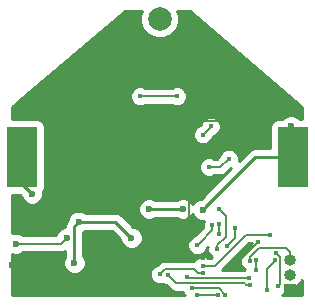
<source format=gbl>
G04 #@! TF.FileFunction,Copper,L2,Bot,Signal*
%FSLAX46Y46*%
G04 Gerber Fmt 4.6, Leading zero omitted, Abs format (unit mm)*
G04 Created by KiCad (PCBNEW 4.0.7-e2-6376~60~ubuntu17.10.1) date Mon Apr  2 23:18:42 2018*
%MOMM*%
%LPD*%
G01*
G04 APERTURE LIST*
%ADD10C,0.100000*%
%ADD11C,0.400000*%
%ADD12C,5.000000*%
%ADD13R,2.500000X5.100000*%
%ADD14R,1.000000X1.000000*%
%ADD15O,1.000000X1.000000*%
%ADD16C,1.998980*%
%ADD17C,0.600000*%
%ADD18C,0.254000*%
%ADD19C,0.152400*%
G04 APERTURE END LIST*
D10*
D11*
X153924000Y-141884400D03*
X153263600Y-141782800D03*
X152958800Y-141071600D03*
X152958800Y-148945600D03*
X153873200Y-149047200D03*
X155092400Y-148996400D03*
X156362400Y-148894800D03*
X157480000Y-148894800D03*
X160375600Y-148894800D03*
X158800800Y-148894800D03*
X161391600Y-146913600D03*
X160223200Y-146761200D03*
X167589200Y-136550400D03*
X167132000Y-137820400D03*
X166573200Y-137109200D03*
X166471600Y-135940800D03*
X166370000Y-134772400D03*
X166471600Y-133959600D03*
X167284400Y-135178800D03*
X168452800Y-137414000D03*
X168249600Y-139598400D03*
X172618400Y-135331200D03*
X171348400Y-135077200D03*
X174244000Y-132181600D03*
X172161200Y-130962400D03*
X170738800Y-131622800D03*
X167843200Y-131927600D03*
X167741600Y-130810000D03*
X169722800Y-130454400D03*
X171602400Y-129946400D03*
X170383200Y-128879600D03*
X169113200Y-128879600D03*
X167589200Y-129438400D03*
X167538400Y-128219200D03*
X168605200Y-127406400D03*
X167640000Y-126593600D03*
X174040800Y-130860800D03*
X175056800Y-131673600D03*
X174548800Y-131267200D03*
X175615600Y-132130800D03*
X171907200Y-128981200D03*
X172923200Y-129794000D03*
X172415200Y-129387600D03*
X173482000Y-130251200D03*
X169824400Y-127203200D03*
X170840400Y-128016000D03*
X170332400Y-127609600D03*
X171399200Y-128473200D03*
X169316400Y-126746000D03*
X168757600Y-126288800D03*
X168249600Y-125882400D03*
X166878000Y-127203200D03*
X166979600Y-126644400D03*
X167030400Y-126034800D03*
X167741600Y-125476000D03*
X167030400Y-125476000D03*
X162712400Y-126644400D03*
X162001200Y-126644400D03*
X162153600Y-127609600D03*
X161442400Y-127609600D03*
X160680400Y-128879600D03*
X159969200Y-128879600D03*
X162509200Y-128574800D03*
X161798000Y-128574800D03*
X162763200Y-129590800D03*
X162052000Y-129590800D03*
X161036000Y-129794000D03*
X160324800Y-129794000D03*
X159461200Y-129743200D03*
X158750000Y-129743200D03*
X159410400Y-130606800D03*
X158699200Y-130606800D03*
X160883600Y-130606800D03*
X160172400Y-130606800D03*
X161696400Y-130606800D03*
X162407600Y-130606800D03*
X161391600Y-132638800D03*
X162001200Y-132638800D03*
X162509200Y-132943600D03*
X162864800Y-133502400D03*
X163423600Y-134366000D03*
X164084000Y-134467600D03*
X164033200Y-135178800D03*
X163271200Y-135382000D03*
X163068000Y-136347200D03*
X163220400Y-137058400D03*
X163982400Y-137312400D03*
X163525200Y-138074400D03*
X162966400Y-138684000D03*
X163118800Y-139496800D03*
X163626800Y-139954000D03*
X164185600Y-140157200D03*
X163931600Y-140817600D03*
X162712400Y-141020800D03*
X162306000Y-142544800D03*
X162306000Y-141681200D03*
X162356800Y-140309600D03*
X160375600Y-140004800D03*
X160629600Y-142036800D03*
X160274000Y-138176000D03*
X158445200Y-137972800D03*
X159359600Y-137160000D03*
X159308800Y-135280400D03*
X157480000Y-135432800D03*
X157226000Y-136855200D03*
X157022800Y-138684000D03*
X156870400Y-140309600D03*
X157429200Y-141478000D03*
X156565600Y-141478000D03*
X156006800Y-141071600D03*
X155702000Y-140360400D03*
X155702000Y-139547600D03*
X155702000Y-138734800D03*
X155702000Y-137922000D03*
X155702000Y-137109200D03*
X155702000Y-136448800D03*
X155702000Y-135737600D03*
X155702000Y-135077200D03*
X155651200Y-134467600D03*
X155092400Y-134162800D03*
X154533600Y-134162800D03*
X153822400Y-134162800D03*
X153314400Y-133807200D03*
X154178000Y-132435600D03*
X153771600Y-132791200D03*
X153314400Y-133197600D03*
X155549600Y-131267200D03*
X155143200Y-131622800D03*
X154686000Y-132029200D03*
X156972000Y-130098800D03*
X156565600Y-130454400D03*
X156108400Y-130860800D03*
X158292800Y-128930400D03*
X157886400Y-129286000D03*
X157429200Y-129692400D03*
X159664400Y-127762000D03*
X159258000Y-128117600D03*
X158800800Y-128524000D03*
X160985200Y-126593600D03*
X160578800Y-126949200D03*
X160121600Y-127355600D03*
X161391600Y-126187200D03*
X161848800Y-125780800D03*
X162255200Y-125425200D03*
X162864800Y-125374400D03*
X163322000Y-125679200D03*
X163372800Y-126238000D03*
X163576000Y-126746000D03*
X163169600Y-127203200D03*
X163169600Y-127762000D03*
X163474400Y-128371600D03*
X166268400Y-127406400D03*
X166268400Y-127965200D03*
X166268400Y-128574800D03*
X166268400Y-129133600D03*
X166268400Y-129692400D03*
X166268400Y-130302000D03*
X166268400Y-130911600D03*
X166268400Y-131521200D03*
X163830000Y-131470400D03*
X163017200Y-130352800D03*
X163474400Y-130048000D03*
X163982400Y-130048000D03*
X164134800Y-129540000D03*
X164134800Y-128981200D03*
X164134800Y-128371600D03*
D12*
X165018400Y-137591800D03*
D13*
X153568400Y-137591800D03*
X176468400Y-137591800D03*
D14*
X176212500Y-148844000D03*
D15*
X176212500Y-147574000D03*
X176212500Y-146304000D03*
D16*
X165201600Y-125882400D03*
D11*
X162001200Y-137769600D03*
D17*
X154381200Y-140716000D03*
X168838590Y-142041195D03*
X176326800Y-134975600D03*
X157988000Y-146558000D03*
X162814000Y-144424400D03*
X158343600Y-143052800D03*
D11*
X168830610Y-146153326D03*
X173431200Y-134772400D03*
X160629600Y-132842000D03*
X163423600Y-130708400D03*
X163525200Y-133604000D03*
X167894000Y-133451600D03*
X173532800Y-144780000D03*
X170789600Y-147116800D03*
X163474400Y-141274800D03*
X167690800Y-140512800D03*
D17*
X162458400Y-147726400D03*
X163981443Y-146152557D03*
X166268400Y-145694400D03*
X152704800Y-146710400D03*
X162052000Y-136550400D03*
D11*
X167516190Y-147777200D03*
X172784633Y-147863681D03*
D17*
X153009600Y-144932400D03*
X157327600Y-144475200D03*
D11*
X172823002Y-148414759D03*
X165877760Y-147553189D03*
X168830610Y-147370800D03*
X165201600Y-147523200D03*
X173386483Y-146325787D03*
X173352769Y-147182998D03*
X172821600Y-146354800D03*
D17*
X167162190Y-141986000D03*
X164287200Y-141986000D03*
D11*
X170213379Y-143242364D03*
X170238394Y-144099573D03*
X168859200Y-135686800D03*
X169521345Y-135001011D03*
X174974162Y-146342196D03*
X174253574Y-148821790D03*
X175056800Y-145694400D03*
X175209200Y-148539200D03*
X168383242Y-145056210D03*
X169673385Y-143359036D03*
X167922590Y-148698051D03*
X171059600Y-137716600D03*
X169367200Y-138430000D03*
X170738800Y-149250400D03*
X170891200Y-145135600D03*
X171551600Y-143611600D03*
X168351200Y-149301200D03*
X170129200Y-149250400D03*
X170084996Y-145364211D03*
X170207188Y-141993748D03*
X166674800Y-132435600D03*
X163525200Y-132435600D03*
X168830610Y-146812000D03*
X174583857Y-144149491D03*
D18*
X154381200Y-140716000D02*
X153568400Y-139903200D01*
X153568400Y-139903200D02*
X153568400Y-137591800D01*
X169138589Y-141741196D02*
X168838590Y-142041195D01*
X173287985Y-137591800D02*
X169138589Y-141741196D01*
X176468400Y-137591800D02*
X173287985Y-137591800D01*
X176326800Y-134975600D02*
X176326800Y-137450200D01*
X176326800Y-137450200D02*
X176468400Y-137591800D01*
X157988000Y-146558000D02*
X157988000Y-143408400D01*
X157988000Y-143408400D02*
X158343600Y-143052800D01*
X161442400Y-143052800D02*
X162814000Y-144424400D01*
X158343600Y-143052800D02*
X161442400Y-143052800D01*
X176468400Y-139710800D02*
X176468400Y-137591800D01*
D19*
X168556126Y-146153326D02*
X168830610Y-146153326D01*
X166268400Y-145694400D02*
X166727326Y-146153326D01*
X166727326Y-146153326D02*
X168273284Y-146153326D01*
X168273284Y-146153326D02*
X168556126Y-146153326D01*
X173231201Y-134572401D02*
X168037799Y-134572401D01*
X173431200Y-134772400D02*
X173231201Y-134572401D01*
X168037799Y-134572401D02*
X167518399Y-135091801D01*
X167518399Y-135091801D02*
X165018400Y-137591800D01*
X163525200Y-133604000D02*
X161391600Y-133604000D01*
X161391600Y-133604000D02*
X160629600Y-132842000D01*
X163525200Y-133604000D02*
X163525200Y-136098600D01*
X163525200Y-136098600D02*
X165018400Y-137591800D01*
X167894000Y-133451600D02*
X167894000Y-134716200D01*
X167894000Y-134716200D02*
X165018400Y-137591800D01*
X173532800Y-144780000D02*
X171196000Y-147116800D01*
X171196000Y-147116800D02*
X170789600Y-147116800D01*
X166268400Y-145694400D02*
X166268400Y-144068800D01*
X166268400Y-144068800D02*
X167690800Y-142646400D01*
X167690800Y-142646400D02*
X167690800Y-140795642D01*
X167690800Y-140795642D02*
X167690800Y-140512800D01*
X163474400Y-141274800D02*
X163674399Y-141074801D01*
X163674399Y-141074801D02*
X163674399Y-138935801D01*
X163674399Y-138935801D02*
X165018400Y-137591800D01*
X167690800Y-140512800D02*
X165018400Y-137840400D01*
X165018400Y-137840400D02*
X165018400Y-137591800D01*
D18*
X162539388Y-147594612D02*
X162814000Y-147320000D01*
X162814000Y-147320000D02*
X163681444Y-146452556D01*
X162458400Y-147726400D02*
X162814000Y-147370800D01*
X162814000Y-147370800D02*
X162814000Y-147320000D01*
X164281442Y-145852558D02*
X163981443Y-146152557D01*
X152704800Y-146710400D02*
X153589012Y-147594612D01*
X153589012Y-147594612D02*
X162539388Y-147594612D01*
X166268400Y-145694400D02*
X164439600Y-145694400D01*
X164439600Y-145694400D02*
X164281442Y-145852558D01*
X163681444Y-146452556D02*
X163981443Y-146152557D01*
X162052000Y-136550400D02*
X162351999Y-136850399D01*
X162351999Y-136850399D02*
X164276999Y-136850399D01*
X164276999Y-136850399D02*
X165018400Y-137591800D01*
D19*
X167602671Y-147863681D02*
X167516190Y-147777200D01*
X172784633Y-147863681D02*
X167602671Y-147863681D01*
X153009600Y-144932400D02*
X156870400Y-144932400D01*
X156870400Y-144932400D02*
X157327600Y-144475200D01*
X166594020Y-148269449D02*
X172394850Y-148269449D01*
X172394850Y-148269449D02*
X172540160Y-148414759D01*
X165877760Y-147553189D02*
X166594020Y-148269449D01*
X172540160Y-148414759D02*
X172823002Y-148414759D01*
X168423958Y-147370800D02*
X168547768Y-147370800D01*
X168118761Y-147065603D02*
X168423958Y-147370800D01*
X168547768Y-147370800D02*
X168830610Y-147370800D01*
X165659197Y-147065603D02*
X168118761Y-147065603D01*
X165201600Y-147523200D02*
X165659197Y-147065603D01*
X173352769Y-146359501D02*
X173386483Y-146325787D01*
X173352769Y-147182998D02*
X173352769Y-146359501D01*
X175881404Y-145265798D02*
X176212500Y-145596894D01*
X173627760Y-145265798D02*
X175881404Y-145265798D01*
X172821600Y-146071958D02*
X173627760Y-145265798D01*
X172821600Y-146354800D02*
X172821600Y-146071958D01*
X176212500Y-145596894D02*
X176212500Y-146304000D01*
D18*
X164287200Y-141986000D02*
X167162190Y-141986000D01*
D19*
X170238394Y-144099573D02*
X170238394Y-143267379D01*
X170238394Y-143267379D02*
X170213379Y-143242364D01*
X169521345Y-135001011D02*
X169521345Y-135024655D01*
X169521345Y-135024655D02*
X168859200Y-135686800D01*
X174253574Y-147062784D02*
X174774163Y-146542195D01*
X174774163Y-146542195D02*
X174974162Y-146342196D01*
X174253574Y-148821790D02*
X174253574Y-147062784D01*
X175409199Y-148339201D02*
X175409199Y-146046799D01*
X175409199Y-146046799D02*
X175056800Y-145694400D01*
X175209200Y-148539200D02*
X175409199Y-148339201D01*
X169673385Y-143359036D02*
X169673385Y-143766067D01*
X168583241Y-144856211D02*
X168383242Y-145056210D01*
X169673385Y-143766067D02*
X168583241Y-144856211D01*
X170738800Y-149250400D02*
X170186451Y-148698051D01*
X170186451Y-148698051D02*
X168205432Y-148698051D01*
X168205432Y-148698051D02*
X167922590Y-148698051D01*
X169367200Y-138430000D02*
X170346200Y-138430000D01*
X170346200Y-138430000D02*
X171059600Y-137716600D01*
X171551600Y-143611600D02*
X171551600Y-144475200D01*
X171551600Y-144475200D02*
X171091199Y-144935601D01*
X171091199Y-144935601D02*
X170891200Y-145135600D01*
X170129200Y-149250400D02*
X168402000Y-149250400D01*
X168402000Y-149250400D02*
X168351200Y-149301200D01*
X170776101Y-144368068D02*
X170084996Y-145059173D01*
X170084996Y-145081369D02*
X170084996Y-145364211D01*
X170084996Y-145059173D02*
X170084996Y-145081369D01*
X170776101Y-142562661D02*
X170776101Y-144368068D01*
X170207188Y-141993748D02*
X170776101Y-142562661D01*
X163525200Y-132435600D02*
X166674800Y-132435600D01*
X169113452Y-146812000D02*
X168830610Y-146812000D01*
X169849132Y-146812000D02*
X169113452Y-146812000D01*
X172511641Y-144149491D02*
X169849132Y-146812000D01*
X174583857Y-144149491D02*
X172511641Y-144149491D01*
D18*
G36*
X163567394Y-125555853D02*
X163566826Y-126206094D01*
X163815138Y-126807055D01*
X164274527Y-127267246D01*
X164875053Y-127516606D01*
X165525294Y-127517174D01*
X166126255Y-127268862D01*
X166586446Y-126809473D01*
X166835806Y-126208947D01*
X166836374Y-125558706D01*
X166692292Y-125210000D01*
X167739021Y-125210000D01*
X177290000Y-133328333D01*
X177290000Y-134394360D01*
X177067711Y-134394360D01*
X176857127Y-134183408D01*
X176513599Y-134040762D01*
X176141633Y-134040438D01*
X175797857Y-134182483D01*
X175585610Y-134394360D01*
X175218400Y-134394360D01*
X174983083Y-134438638D01*
X174766959Y-134577710D01*
X174621969Y-134789910D01*
X174570960Y-135041800D01*
X174570960Y-136829800D01*
X173287985Y-136829800D01*
X173026841Y-136881745D01*
X172996380Y-136887804D01*
X172749170Y-137052985D01*
X171877215Y-137924940D01*
X171894455Y-137883421D01*
X171894745Y-137551237D01*
X171767892Y-137244228D01*
X171533207Y-137009134D01*
X171226421Y-136881745D01*
X170894237Y-136881455D01*
X170587228Y-137008308D01*
X170352134Y-137242993D01*
X170227665Y-137542747D01*
X170051612Y-137718800D01*
X169831815Y-137718800D01*
X169534021Y-137595145D01*
X169201837Y-137594855D01*
X168894828Y-137721708D01*
X168659734Y-137956393D01*
X168532345Y-138263179D01*
X168532055Y-138595363D01*
X168658908Y-138902372D01*
X168893593Y-139137466D01*
X169200379Y-139264855D01*
X169532563Y-139265145D01*
X169832534Y-139141200D01*
X170346200Y-139141200D01*
X170618365Y-139087063D01*
X170849094Y-138932894D01*
X171233961Y-138548027D01*
X171268328Y-138533827D01*
X168696085Y-141106070D01*
X168653423Y-141106033D01*
X168309647Y-141248078D01*
X168046398Y-141510868D01*
X168011884Y-141593985D01*
X167955307Y-141457057D01*
X167692517Y-141193808D01*
X167348989Y-141051162D01*
X166977023Y-141050838D01*
X166633247Y-141192883D01*
X166602076Y-141224000D01*
X164847666Y-141224000D01*
X164817527Y-141193808D01*
X164473999Y-141051162D01*
X164102033Y-141050838D01*
X163758257Y-141192883D01*
X163495008Y-141455673D01*
X163352362Y-141799201D01*
X163352038Y-142171167D01*
X163494083Y-142514943D01*
X163756873Y-142778192D01*
X164100401Y-142920838D01*
X164472367Y-142921162D01*
X164816143Y-142779117D01*
X164847314Y-142748000D01*
X166601724Y-142748000D01*
X166631863Y-142778192D01*
X166975391Y-142920838D01*
X167347357Y-142921162D01*
X167691133Y-142779117D01*
X167954382Y-142516327D01*
X167988896Y-142433210D01*
X168045473Y-142570138D01*
X168308263Y-142833387D01*
X168651791Y-142976033D01*
X168928197Y-142976274D01*
X168838530Y-143192215D01*
X168838240Y-143524399D01*
X168859006Y-143574657D01*
X168208881Y-144224783D01*
X167910870Y-144347918D01*
X167675776Y-144582603D01*
X167548387Y-144889389D01*
X167548097Y-145221573D01*
X167674950Y-145528582D01*
X167909635Y-145763676D01*
X168216421Y-145891065D01*
X168548605Y-145891355D01*
X168855614Y-145764502D01*
X169090708Y-145529817D01*
X169215177Y-145230063D01*
X169251768Y-145193472D01*
X169250141Y-145197390D01*
X169249851Y-145529574D01*
X169376704Y-145836583D01*
X169597540Y-146057804D01*
X169554544Y-146100800D01*
X169295225Y-146100800D01*
X168997431Y-145977145D01*
X168665247Y-145976855D01*
X168358238Y-146103708D01*
X168123144Y-146338393D01*
X168116496Y-146354403D01*
X165659197Y-146354403D01*
X165387032Y-146408540D01*
X165156303Y-146562709D01*
X165027239Y-146691773D01*
X164729228Y-146814908D01*
X164494134Y-147049593D01*
X164366745Y-147356379D01*
X164366455Y-147688563D01*
X164493308Y-147995572D01*
X164727993Y-148230666D01*
X165034779Y-148358055D01*
X165366963Y-148358345D01*
X165503526Y-148301918D01*
X165703906Y-148385124D01*
X166091126Y-148772344D01*
X166321856Y-148926512D01*
X166594020Y-148980649D01*
X167135885Y-148980649D01*
X167214298Y-149170423D01*
X167333667Y-149290000D01*
X152710000Y-149290000D01*
X152710000Y-145820399D01*
X152822801Y-145867238D01*
X153194767Y-145867562D01*
X153538543Y-145725517D01*
X153620603Y-145643600D01*
X156870400Y-145643600D01*
X157142565Y-145589463D01*
X157226000Y-145533713D01*
X157226000Y-145997534D01*
X157195808Y-146027673D01*
X157053162Y-146371201D01*
X157052838Y-146743167D01*
X157194883Y-147086943D01*
X157457673Y-147350192D01*
X157801201Y-147492838D01*
X158173167Y-147493162D01*
X158516943Y-147351117D01*
X158780192Y-147088327D01*
X158922838Y-146744799D01*
X158923162Y-146372833D01*
X158781117Y-146029057D01*
X158750000Y-145997886D01*
X158750000Y-143896551D01*
X158872543Y-143845917D01*
X158903714Y-143814800D01*
X161126770Y-143814800D01*
X161878875Y-144566906D01*
X161878838Y-144609567D01*
X162020883Y-144953343D01*
X162283673Y-145216592D01*
X162627201Y-145359238D01*
X162999167Y-145359562D01*
X163342943Y-145217517D01*
X163606192Y-144954727D01*
X163748838Y-144611199D01*
X163749162Y-144239233D01*
X163607117Y-143895457D01*
X163344327Y-143632208D01*
X163000799Y-143489562D01*
X162956754Y-143489524D01*
X161981215Y-142513985D01*
X161955259Y-142496642D01*
X161734005Y-142348804D01*
X161442400Y-142290800D01*
X158904066Y-142290800D01*
X158873927Y-142260608D01*
X158530399Y-142117962D01*
X158158433Y-142117638D01*
X157814657Y-142259683D01*
X157551408Y-142522473D01*
X157408762Y-142866001D01*
X157408706Y-142930166D01*
X157284004Y-143116795D01*
X157226000Y-143408400D01*
X157226000Y-143540111D01*
X157142433Y-143540038D01*
X156798657Y-143682083D01*
X156535408Y-143944873D01*
X156420666Y-144221200D01*
X153620778Y-144221200D01*
X153539927Y-144140208D01*
X153196399Y-143997562D01*
X152824433Y-143997238D01*
X152710000Y-144044521D01*
X152710000Y-140789240D01*
X153376810Y-140789240D01*
X153446075Y-140858506D01*
X153446038Y-140901167D01*
X153588083Y-141244943D01*
X153850873Y-141508192D01*
X154194401Y-141650838D01*
X154566367Y-141651162D01*
X154910143Y-141509117D01*
X155173392Y-141246327D01*
X155316038Y-140902799D01*
X155316356Y-140537813D01*
X155414831Y-140393690D01*
X155465840Y-140141800D01*
X155465840Y-135852163D01*
X168024055Y-135852163D01*
X168150908Y-136159172D01*
X168385593Y-136394266D01*
X168692379Y-136521655D01*
X169024563Y-136521945D01*
X169331572Y-136395092D01*
X169566666Y-136160407D01*
X169691135Y-135860654D01*
X169735999Y-135815789D01*
X169993717Y-135709303D01*
X170228811Y-135474618D01*
X170356200Y-135167832D01*
X170356490Y-134835648D01*
X170229637Y-134528639D01*
X169994952Y-134293545D01*
X169688166Y-134166156D01*
X169355982Y-134165866D01*
X169048973Y-134292719D01*
X168813879Y-134527404D01*
X168686490Y-134834190D01*
X168686473Y-134853739D01*
X168684838Y-134855373D01*
X168386828Y-134978508D01*
X168151734Y-135213193D01*
X168024345Y-135519979D01*
X168024055Y-135852163D01*
X155465840Y-135852163D01*
X155465840Y-135041800D01*
X155421562Y-134806483D01*
X155282490Y-134590359D01*
X155070290Y-134445369D01*
X154818400Y-134394360D01*
X152710000Y-134394360D01*
X152710000Y-133328333D01*
X153565729Y-132600963D01*
X162690055Y-132600963D01*
X162816908Y-132907972D01*
X163051593Y-133143066D01*
X163358379Y-133270455D01*
X163690563Y-133270745D01*
X163990534Y-133146800D01*
X166210185Y-133146800D01*
X166507979Y-133270455D01*
X166840163Y-133270745D01*
X167147172Y-133143892D01*
X167382266Y-132909207D01*
X167509655Y-132602421D01*
X167509945Y-132270237D01*
X167383092Y-131963228D01*
X167148407Y-131728134D01*
X166841621Y-131600745D01*
X166509437Y-131600455D01*
X166209466Y-131724400D01*
X163989815Y-131724400D01*
X163692021Y-131600745D01*
X163359837Y-131600455D01*
X163052828Y-131727308D01*
X162817734Y-131961993D01*
X162690345Y-132268779D01*
X162690055Y-132600963D01*
X153565729Y-132600963D01*
X162260980Y-125210000D01*
X163711005Y-125210000D01*
X163567394Y-125555853D01*
X163567394Y-125555853D01*
G37*
X163567394Y-125555853D02*
X163566826Y-126206094D01*
X163815138Y-126807055D01*
X164274527Y-127267246D01*
X164875053Y-127516606D01*
X165525294Y-127517174D01*
X166126255Y-127268862D01*
X166586446Y-126809473D01*
X166835806Y-126208947D01*
X166836374Y-125558706D01*
X166692292Y-125210000D01*
X167739021Y-125210000D01*
X177290000Y-133328333D01*
X177290000Y-134394360D01*
X177067711Y-134394360D01*
X176857127Y-134183408D01*
X176513599Y-134040762D01*
X176141633Y-134040438D01*
X175797857Y-134182483D01*
X175585610Y-134394360D01*
X175218400Y-134394360D01*
X174983083Y-134438638D01*
X174766959Y-134577710D01*
X174621969Y-134789910D01*
X174570960Y-135041800D01*
X174570960Y-136829800D01*
X173287985Y-136829800D01*
X173026841Y-136881745D01*
X172996380Y-136887804D01*
X172749170Y-137052985D01*
X171877215Y-137924940D01*
X171894455Y-137883421D01*
X171894745Y-137551237D01*
X171767892Y-137244228D01*
X171533207Y-137009134D01*
X171226421Y-136881745D01*
X170894237Y-136881455D01*
X170587228Y-137008308D01*
X170352134Y-137242993D01*
X170227665Y-137542747D01*
X170051612Y-137718800D01*
X169831815Y-137718800D01*
X169534021Y-137595145D01*
X169201837Y-137594855D01*
X168894828Y-137721708D01*
X168659734Y-137956393D01*
X168532345Y-138263179D01*
X168532055Y-138595363D01*
X168658908Y-138902372D01*
X168893593Y-139137466D01*
X169200379Y-139264855D01*
X169532563Y-139265145D01*
X169832534Y-139141200D01*
X170346200Y-139141200D01*
X170618365Y-139087063D01*
X170849094Y-138932894D01*
X171233961Y-138548027D01*
X171268328Y-138533827D01*
X168696085Y-141106070D01*
X168653423Y-141106033D01*
X168309647Y-141248078D01*
X168046398Y-141510868D01*
X168011884Y-141593985D01*
X167955307Y-141457057D01*
X167692517Y-141193808D01*
X167348989Y-141051162D01*
X166977023Y-141050838D01*
X166633247Y-141192883D01*
X166602076Y-141224000D01*
X164847666Y-141224000D01*
X164817527Y-141193808D01*
X164473999Y-141051162D01*
X164102033Y-141050838D01*
X163758257Y-141192883D01*
X163495008Y-141455673D01*
X163352362Y-141799201D01*
X163352038Y-142171167D01*
X163494083Y-142514943D01*
X163756873Y-142778192D01*
X164100401Y-142920838D01*
X164472367Y-142921162D01*
X164816143Y-142779117D01*
X164847314Y-142748000D01*
X166601724Y-142748000D01*
X166631863Y-142778192D01*
X166975391Y-142920838D01*
X167347357Y-142921162D01*
X167691133Y-142779117D01*
X167954382Y-142516327D01*
X167988896Y-142433210D01*
X168045473Y-142570138D01*
X168308263Y-142833387D01*
X168651791Y-142976033D01*
X168928197Y-142976274D01*
X168838530Y-143192215D01*
X168838240Y-143524399D01*
X168859006Y-143574657D01*
X168208881Y-144224783D01*
X167910870Y-144347918D01*
X167675776Y-144582603D01*
X167548387Y-144889389D01*
X167548097Y-145221573D01*
X167674950Y-145528582D01*
X167909635Y-145763676D01*
X168216421Y-145891065D01*
X168548605Y-145891355D01*
X168855614Y-145764502D01*
X169090708Y-145529817D01*
X169215177Y-145230063D01*
X169251768Y-145193472D01*
X169250141Y-145197390D01*
X169249851Y-145529574D01*
X169376704Y-145836583D01*
X169597540Y-146057804D01*
X169554544Y-146100800D01*
X169295225Y-146100800D01*
X168997431Y-145977145D01*
X168665247Y-145976855D01*
X168358238Y-146103708D01*
X168123144Y-146338393D01*
X168116496Y-146354403D01*
X165659197Y-146354403D01*
X165387032Y-146408540D01*
X165156303Y-146562709D01*
X165027239Y-146691773D01*
X164729228Y-146814908D01*
X164494134Y-147049593D01*
X164366745Y-147356379D01*
X164366455Y-147688563D01*
X164493308Y-147995572D01*
X164727993Y-148230666D01*
X165034779Y-148358055D01*
X165366963Y-148358345D01*
X165503526Y-148301918D01*
X165703906Y-148385124D01*
X166091126Y-148772344D01*
X166321856Y-148926512D01*
X166594020Y-148980649D01*
X167135885Y-148980649D01*
X167214298Y-149170423D01*
X167333667Y-149290000D01*
X152710000Y-149290000D01*
X152710000Y-145820399D01*
X152822801Y-145867238D01*
X153194767Y-145867562D01*
X153538543Y-145725517D01*
X153620603Y-145643600D01*
X156870400Y-145643600D01*
X157142565Y-145589463D01*
X157226000Y-145533713D01*
X157226000Y-145997534D01*
X157195808Y-146027673D01*
X157053162Y-146371201D01*
X157052838Y-146743167D01*
X157194883Y-147086943D01*
X157457673Y-147350192D01*
X157801201Y-147492838D01*
X158173167Y-147493162D01*
X158516943Y-147351117D01*
X158780192Y-147088327D01*
X158922838Y-146744799D01*
X158923162Y-146372833D01*
X158781117Y-146029057D01*
X158750000Y-145997886D01*
X158750000Y-143896551D01*
X158872543Y-143845917D01*
X158903714Y-143814800D01*
X161126770Y-143814800D01*
X161878875Y-144566906D01*
X161878838Y-144609567D01*
X162020883Y-144953343D01*
X162283673Y-145216592D01*
X162627201Y-145359238D01*
X162999167Y-145359562D01*
X163342943Y-145217517D01*
X163606192Y-144954727D01*
X163748838Y-144611199D01*
X163749162Y-144239233D01*
X163607117Y-143895457D01*
X163344327Y-143632208D01*
X163000799Y-143489562D01*
X162956754Y-143489524D01*
X161981215Y-142513985D01*
X161955259Y-142496642D01*
X161734005Y-142348804D01*
X161442400Y-142290800D01*
X158904066Y-142290800D01*
X158873927Y-142260608D01*
X158530399Y-142117962D01*
X158158433Y-142117638D01*
X157814657Y-142259683D01*
X157551408Y-142522473D01*
X157408762Y-142866001D01*
X157408706Y-142930166D01*
X157284004Y-143116795D01*
X157226000Y-143408400D01*
X157226000Y-143540111D01*
X157142433Y-143540038D01*
X156798657Y-143682083D01*
X156535408Y-143944873D01*
X156420666Y-144221200D01*
X153620778Y-144221200D01*
X153539927Y-144140208D01*
X153196399Y-143997562D01*
X152824433Y-143997238D01*
X152710000Y-144044521D01*
X152710000Y-140789240D01*
X153376810Y-140789240D01*
X153446075Y-140858506D01*
X153446038Y-140901167D01*
X153588083Y-141244943D01*
X153850873Y-141508192D01*
X154194401Y-141650838D01*
X154566367Y-141651162D01*
X154910143Y-141509117D01*
X155173392Y-141246327D01*
X155316038Y-140902799D01*
X155316356Y-140537813D01*
X155414831Y-140393690D01*
X155465840Y-140141800D01*
X155465840Y-135852163D01*
X168024055Y-135852163D01*
X168150908Y-136159172D01*
X168385593Y-136394266D01*
X168692379Y-136521655D01*
X169024563Y-136521945D01*
X169331572Y-136395092D01*
X169566666Y-136160407D01*
X169691135Y-135860654D01*
X169735999Y-135815789D01*
X169993717Y-135709303D01*
X170228811Y-135474618D01*
X170356200Y-135167832D01*
X170356490Y-134835648D01*
X170229637Y-134528639D01*
X169994952Y-134293545D01*
X169688166Y-134166156D01*
X169355982Y-134165866D01*
X169048973Y-134292719D01*
X168813879Y-134527404D01*
X168686490Y-134834190D01*
X168686473Y-134853739D01*
X168684838Y-134855373D01*
X168386828Y-134978508D01*
X168151734Y-135213193D01*
X168024345Y-135519979D01*
X168024055Y-135852163D01*
X155465840Y-135852163D01*
X155465840Y-135041800D01*
X155421562Y-134806483D01*
X155282490Y-134590359D01*
X155070290Y-134445369D01*
X154818400Y-134394360D01*
X152710000Y-134394360D01*
X152710000Y-133328333D01*
X153565729Y-132600963D01*
X162690055Y-132600963D01*
X162816908Y-132907972D01*
X163051593Y-133143066D01*
X163358379Y-133270455D01*
X163690563Y-133270745D01*
X163990534Y-133146800D01*
X166210185Y-133146800D01*
X166507979Y-133270455D01*
X166840163Y-133270745D01*
X167147172Y-133143892D01*
X167382266Y-132909207D01*
X167509655Y-132602421D01*
X167509945Y-132270237D01*
X167383092Y-131963228D01*
X167148407Y-131728134D01*
X166841621Y-131600745D01*
X166509437Y-131600455D01*
X166209466Y-131724400D01*
X163989815Y-131724400D01*
X163692021Y-131600745D01*
X163359837Y-131600455D01*
X163052828Y-131727308D01*
X162817734Y-131961993D01*
X162690345Y-132268779D01*
X162690055Y-132600963D01*
X153565729Y-132600963D01*
X162260980Y-125210000D01*
X163711005Y-125210000D01*
X163567394Y-125555853D01*
G36*
X177290000Y-149290000D02*
X175578694Y-149290000D01*
X175681572Y-149247492D01*
X175916666Y-149012807D01*
X176044055Y-148706021D01*
X176044078Y-148679922D01*
X176190264Y-148709000D01*
X176234736Y-148709000D01*
X176669082Y-148622603D01*
X177037302Y-148376566D01*
X177283339Y-148008346D01*
X177290000Y-147974859D01*
X177290000Y-149290000D01*
X177290000Y-149290000D01*
G37*
X177290000Y-149290000D02*
X175578694Y-149290000D01*
X175681572Y-149247492D01*
X175916666Y-149012807D01*
X176044055Y-148706021D01*
X176044078Y-148679922D01*
X176190264Y-148709000D01*
X176234736Y-148709000D01*
X176669082Y-148622603D01*
X177037302Y-148376566D01*
X177283339Y-148008346D01*
X177290000Y-147974859D01*
X177290000Y-149290000D01*
G36*
X172318706Y-145569064D02*
X172164537Y-145799793D01*
X172156822Y-145838579D01*
X172114134Y-145881193D01*
X171986745Y-146187979D01*
X171986455Y-146520163D01*
X172113308Y-146827172D01*
X172347993Y-147062266D01*
X172442581Y-147101542D01*
X172319299Y-147152481D01*
X170514439Y-147152481D01*
X172806230Y-144860691D01*
X173027078Y-144860691D01*
X172318706Y-145569064D01*
X172318706Y-145569064D01*
G37*
X172318706Y-145569064D02*
X172164537Y-145799793D01*
X172156822Y-145838579D01*
X172114134Y-145881193D01*
X171986745Y-146187979D01*
X171986455Y-146520163D01*
X172113308Y-146827172D01*
X172347993Y-147062266D01*
X172442581Y-147101542D01*
X172319299Y-147152481D01*
X170514439Y-147152481D01*
X172806230Y-144860691D01*
X173027078Y-144860691D01*
X172318706Y-145569064D01*
M02*

</source>
